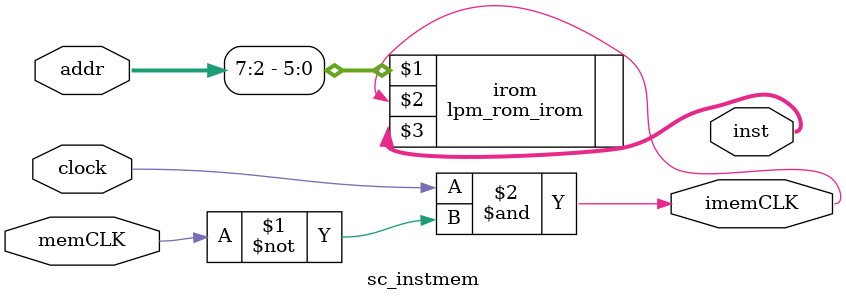
<source format=v>
module sc_instmem (addr,inst,clock,memCLK,imemCLK);
   input  [31:0] addr;
   input         clock;
   input         memCLK;
   output [31:0] inst;
   output        imemCLK;
   
   wire          imemCLK;

   assign  imemCLK = clock & ( ~ memCLK );      
   
   lpm_rom_irom irom (addr[7:2],imemCLK,inst); 
   

endmodule 
</source>
